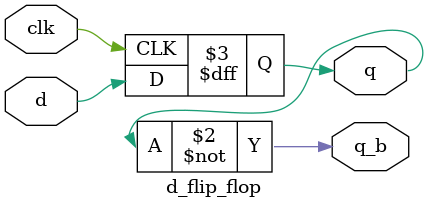
<source format=v>
module d_flip_flop (input d,clk, output reg q, output q_b);
	always @(posedge clk)
	begin
		q<=d;
	end
	assign q_b = ~q;
endmodule
</source>
